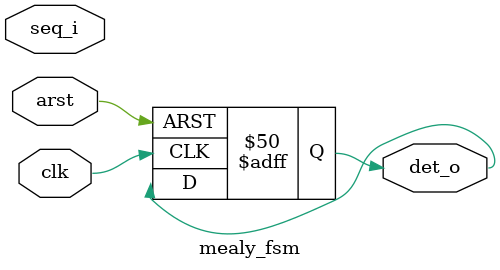
<source format=v>
`timescale 1ns / 1ps

module mealy_fsm(
 input clk,
 input arst,
 input seq_i,
 output reg det_o
    );
    
    // states declaration
    parameter A = 3'b000,
              B = 3'b001,
              C = 3'b010,
              D = 3'b011,
              E = 3'b100;
              
   // state registers.
   reg [2:0] state;
   reg [2:0] nxt_state;
   
   // state transition
   always @(posedge clk or posedge arst)
     begin
       if(arst)
         begin
           state <= A;
           det_o <= 0;
         end  
       else
         begin
           state <= nxt_state;
         end
     end
     
     always @(*)
      begin
        case(state)
        A: begin
           if(seq_i)
             begin
               nxt_state = B;
             end
           else
             begin
               nxt_state = A;
             end
        end
        
        B: begin
           if(seq_i)
            begin
              nxt_state = B;
            end
           else
             begin
               nxt_state = C;
             end
        end
        
        C: begin
           if(seq_i)
            begin
              nxt_state = D;
            end
           else
             begin
               nxt_state = A;
             end
        end
        
        D: begin
           if(seq_i)
            begin
              nxt_state = B;
            end
           else
             begin
               nxt_state = E;
             end
        end
        
        E: begin
           if(seq_i)
            begin
              nxt_state = D;
            end
           else
             begin
               nxt_state = A;
             end
        end
        endcase
      end
endmodule

</source>
